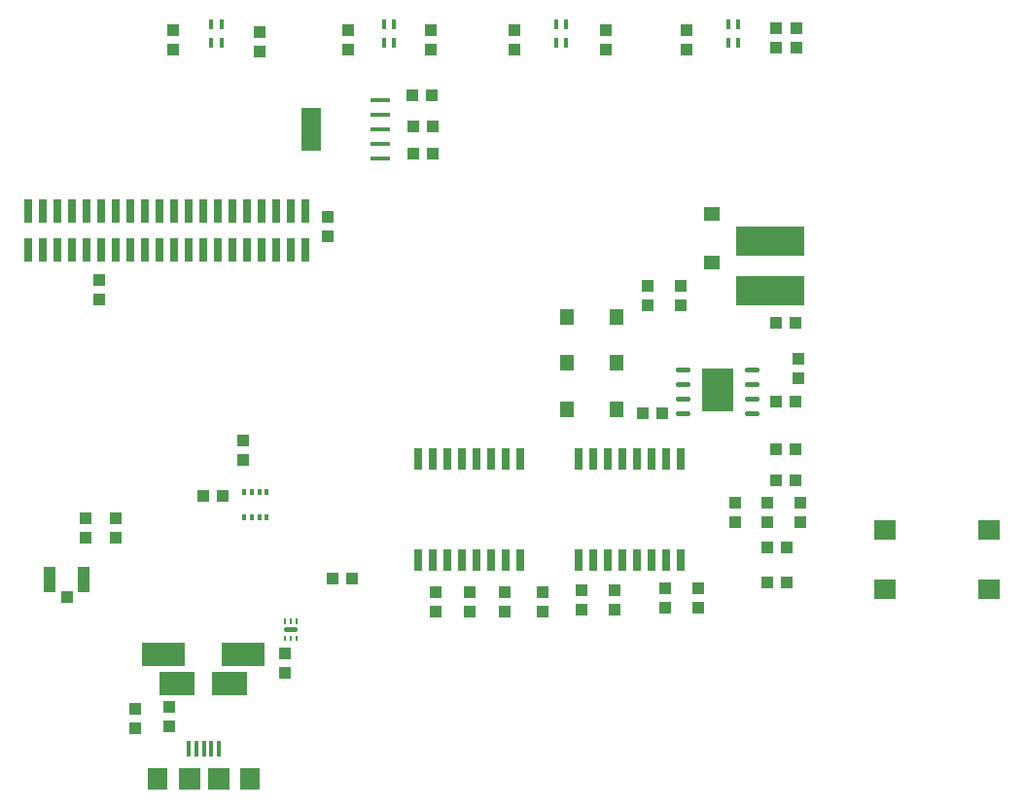
<source format=gtp>
G75*
%MOIN*%
%OFA0B0*%
%FSLAX24Y24*%
%IPPOS*%
%LPD*%
%AMOC8*
5,1,8,0,0,1.08239X$1,22.5*
%
%ADD10R,0.0433X0.0394*%
%ADD11R,0.0709X0.0157*%
%ADD12R,0.0709X0.1500*%
%ADD13R,0.0394X0.0433*%
%ADD14R,0.0138X0.0551*%
%ADD15R,0.0709X0.0748*%
%ADD16R,0.0748X0.0748*%
%ADD17R,0.0256X0.0833*%
%ADD18R,0.0579X0.0500*%
%ADD19R,0.0500X0.0579*%
%ADD20R,0.0748X0.0669*%
%ADD21C,0.0039*%
%ADD22C,0.0157*%
%ADD23R,0.0157X0.0354*%
%ADD24C,0.0165*%
%ADD25R,0.1063X0.1457*%
%ADD26R,0.2362X0.0984*%
%ADD27R,0.1200X0.0800*%
%ADD28R,0.1500X0.0800*%
%ADD29R,0.0250X0.0750*%
%ADD30R,0.0157X0.0236*%
%ADD31R,0.0413X0.0866*%
%ADD32R,0.0433X0.0433*%
D10*
X011240Y005593D03*
X011240Y006262D03*
X012398Y006319D03*
X012398Y005650D03*
X016378Y007504D03*
X016378Y008173D03*
X018019Y010726D03*
X018688Y010726D03*
X021560Y010282D03*
X021560Y009613D03*
X022700Y009613D03*
X022700Y010282D03*
X023900Y010282D03*
X023900Y009613D03*
X025220Y009613D03*
X025220Y010282D03*
X026540Y010342D03*
X026540Y009673D03*
X027680Y009673D03*
X027680Y010342D03*
X029420Y010402D03*
X029420Y009733D03*
X030560Y009733D03*
X030560Y010402D03*
X031820Y012673D03*
X031820Y013342D03*
X032900Y013342D03*
X032900Y012673D03*
X034040Y012673D03*
X034040Y013342D03*
X033980Y017593D03*
X033980Y018262D03*
X029960Y020113D03*
X029960Y020782D03*
X028820Y020782D03*
X028820Y020113D03*
X017846Y022450D03*
X017846Y023120D03*
X018560Y028873D03*
X018560Y029542D03*
X021380Y029542D03*
X021380Y028873D03*
X024260Y028873D03*
X024260Y029542D03*
X027380Y029542D03*
X027380Y028873D03*
X030140Y028873D03*
X030140Y029542D03*
X033200Y029602D03*
X033200Y028933D03*
X033920Y028933D03*
X033920Y029602D03*
X015500Y029482D03*
X015500Y028813D03*
X012560Y028873D03*
X012560Y029542D03*
X010011Y020964D03*
X010011Y020294D03*
X014950Y015482D03*
X014950Y014813D03*
X010580Y012802D03*
X010580Y012133D03*
X009560Y012133D03*
X009560Y012802D03*
D11*
X019646Y025148D03*
X019646Y025648D03*
X019646Y026148D03*
X019646Y026648D03*
X019646Y027148D03*
D12*
X017284Y026148D03*
D13*
X020765Y026245D03*
X021435Y026245D03*
X021435Y025307D03*
X020765Y025307D03*
X020753Y027290D03*
X021422Y027290D03*
X033225Y019487D03*
X033895Y019487D03*
X033895Y016787D03*
X033225Y016787D03*
X033225Y015167D03*
X033895Y015167D03*
X033895Y014087D03*
X033225Y014087D03*
X032925Y011807D03*
X033595Y011807D03*
X033595Y010607D03*
X032925Y010607D03*
X029310Y016409D03*
X028641Y016409D03*
X014257Y013563D03*
X013588Y013563D03*
D14*
X013600Y004911D03*
X013856Y004911D03*
X014112Y004911D03*
X013344Y004911D03*
X013088Y004911D03*
D15*
X012025Y003867D03*
X015175Y003867D03*
D16*
X014100Y003867D03*
X013100Y003867D03*
D17*
X013078Y021988D03*
X012578Y021988D03*
X012078Y021988D03*
X011578Y021988D03*
X011078Y021988D03*
X010578Y021988D03*
X010078Y021988D03*
X009578Y021988D03*
X009078Y021988D03*
X008578Y021988D03*
X008078Y021988D03*
X007578Y021988D03*
X007578Y023321D03*
X008078Y023321D03*
X008578Y023321D03*
X009078Y023321D03*
X009578Y023321D03*
X010078Y023321D03*
X010578Y023321D03*
X011078Y023321D03*
X011578Y023321D03*
X012078Y023321D03*
X012578Y023321D03*
X013078Y023321D03*
X013578Y023321D03*
X014078Y023321D03*
X014578Y023321D03*
X015078Y023321D03*
X015578Y023321D03*
X016078Y023321D03*
X016578Y023321D03*
X017078Y023321D03*
X017078Y021988D03*
X016578Y021988D03*
X016078Y021988D03*
X015578Y021988D03*
X015078Y021988D03*
X014578Y021988D03*
X014078Y021988D03*
X013578Y021988D03*
D18*
X031005Y021554D03*
X031005Y023247D03*
D19*
X027737Y019697D03*
X026045Y019697D03*
X026045Y018122D03*
X027737Y018122D03*
X027737Y016547D03*
X026045Y016547D03*
D20*
X036962Y012387D03*
X036962Y010379D03*
X040506Y010379D03*
X040506Y012387D03*
D21*
X016740Y009369D02*
X016740Y009211D01*
X016740Y009369D02*
X016780Y009369D01*
X016780Y009211D01*
X016740Y009211D01*
X016740Y009249D02*
X016780Y009249D01*
X016780Y009287D02*
X016740Y009287D01*
X016740Y009325D02*
X016780Y009325D01*
X016780Y009363D02*
X016740Y009363D01*
X016543Y009369D02*
X016543Y009211D01*
X016543Y009369D02*
X016583Y009369D01*
X016583Y009211D01*
X016543Y009211D01*
X016543Y009249D02*
X016583Y009249D01*
X016583Y009287D02*
X016543Y009287D01*
X016543Y009325D02*
X016583Y009325D01*
X016583Y009363D02*
X016543Y009363D01*
X016346Y009369D02*
X016346Y009211D01*
X016346Y009369D02*
X016386Y009369D01*
X016386Y009211D01*
X016346Y009211D01*
X016346Y009249D02*
X016386Y009249D01*
X016386Y009287D02*
X016346Y009287D01*
X016346Y009325D02*
X016386Y009325D01*
X016386Y009363D02*
X016346Y009363D01*
X016346Y008779D02*
X016346Y008621D01*
X016346Y008779D02*
X016386Y008779D01*
X016386Y008621D01*
X016346Y008621D01*
X016346Y008659D02*
X016386Y008659D01*
X016386Y008697D02*
X016346Y008697D01*
X016346Y008735D02*
X016386Y008735D01*
X016386Y008773D02*
X016346Y008773D01*
X016543Y008779D02*
X016543Y008621D01*
X016543Y008779D02*
X016583Y008779D01*
X016583Y008621D01*
X016543Y008621D01*
X016543Y008659D02*
X016583Y008659D01*
X016583Y008697D02*
X016543Y008697D01*
X016543Y008735D02*
X016583Y008735D01*
X016583Y008773D02*
X016543Y008773D01*
X016740Y008779D02*
X016740Y008621D01*
X016740Y008779D02*
X016780Y008779D01*
X016780Y008621D01*
X016740Y008621D01*
X016740Y008659D02*
X016780Y008659D01*
X016780Y008697D02*
X016740Y008697D01*
X016740Y008735D02*
X016780Y008735D01*
X016780Y008773D02*
X016740Y008773D01*
D22*
X016425Y008995D02*
X016425Y008995D01*
X016701Y008995D01*
X016701Y008995D01*
X016425Y008995D01*
D23*
X014198Y029084D03*
X013860Y029084D03*
X013860Y029733D03*
X014198Y029733D03*
X019765Y029733D03*
X020104Y029733D03*
X020104Y029084D03*
X019765Y029084D03*
X025671Y029084D03*
X026009Y029084D03*
X026009Y029733D03*
X025671Y029733D03*
X031576Y029733D03*
X031915Y029733D03*
X031915Y029084D03*
X031576Y029084D03*
D24*
X032214Y017907D02*
X032550Y017907D01*
X032214Y017907D02*
X032214Y017907D01*
X032550Y017907D01*
X032550Y017907D01*
X032550Y017407D02*
X032214Y017407D01*
X032214Y017407D01*
X032550Y017407D01*
X032550Y017407D01*
X032550Y016907D02*
X032214Y016907D01*
X032214Y016907D01*
X032550Y016907D01*
X032550Y016907D01*
X032550Y016407D02*
X032214Y016407D01*
X032214Y016407D01*
X032550Y016407D01*
X032550Y016407D01*
X030188Y016407D02*
X029852Y016407D01*
X029852Y016407D01*
X030188Y016407D01*
X030188Y016407D01*
X030188Y016907D02*
X029852Y016907D01*
X029852Y016907D01*
X030188Y016907D01*
X030188Y016907D01*
X030188Y017407D02*
X029852Y017407D01*
X029852Y017407D01*
X030188Y017407D01*
X030188Y017407D01*
X030188Y017907D02*
X029852Y017907D01*
X029852Y017907D01*
X030188Y017907D01*
X030188Y017907D01*
D25*
X031220Y017207D03*
D26*
X033029Y020611D03*
X033029Y022304D03*
D27*
X014466Y007127D03*
X012694Y007127D03*
D28*
X012200Y008117D03*
X014960Y008117D03*
D29*
X020940Y011367D03*
X021440Y011367D03*
X021940Y011367D03*
X022440Y011367D03*
X022940Y011367D03*
X023440Y011367D03*
X023940Y011367D03*
X024440Y011367D03*
X026460Y011367D03*
X026960Y011367D03*
X027460Y011367D03*
X027960Y011367D03*
X028460Y011367D03*
X028960Y011367D03*
X029460Y011367D03*
X029960Y011367D03*
X029960Y014817D03*
X029460Y014817D03*
X028960Y014817D03*
X028460Y014817D03*
X027960Y014817D03*
X027460Y014817D03*
X026960Y014817D03*
X026460Y014817D03*
X024440Y014817D03*
X023940Y014817D03*
X023440Y014817D03*
X022940Y014817D03*
X022440Y014817D03*
X021940Y014817D03*
X021440Y014817D03*
X020940Y014817D03*
D30*
X015764Y013700D03*
X015508Y013700D03*
X015252Y013700D03*
X014996Y013700D03*
X014996Y012834D03*
X015252Y012834D03*
X015508Y012834D03*
X015764Y012834D03*
D31*
X009481Y010707D03*
X008319Y010707D03*
D32*
X008900Y010107D03*
M02*

</source>
